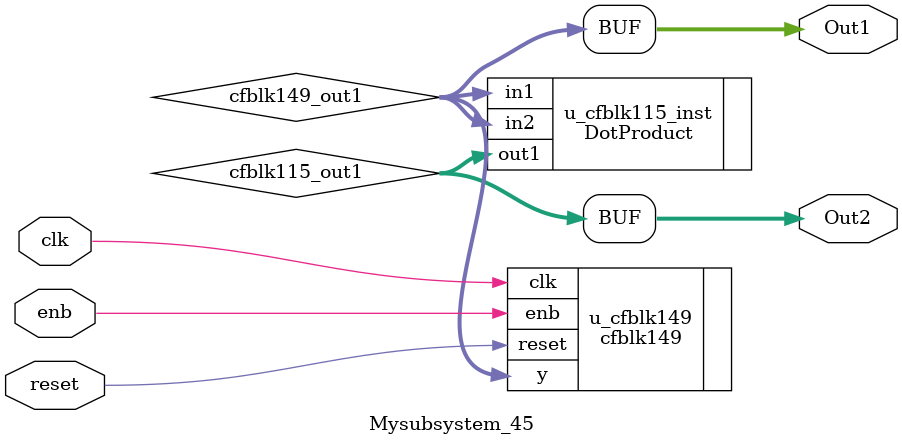
<source format=v>



`timescale 1 ns / 1 ns

module Mysubsystem_45
          (clk,
           reset,
           enb,
           Out1,
           Out2);


  input   clk;
  input   reset;
  input   enb;
  output  [7:0] Out1;  // uint8
  output  [15:0] Out2;  // uint16


  wire [7:0] cfblk149_out1;  // uint8
  wire [15:0] cfblk115_out1;  // uint16


  cfblk149 u_cfblk149 (.clk(clk),
                       .reset(reset),
                       .enb(enb),
                       .y(cfblk149_out1)  // uint8
                       );

  assign Out1 = cfblk149_out1;

  DotProduct u_cfblk115_inst (.in1(cfblk149_out1),  // uint8
                              .in2(cfblk149_out1),  // uint8
                              .out1(cfblk115_out1)  // uint16
                              );

  assign Out2 = cfblk115_out1;

endmodule  // Mysubsystem_45


</source>
